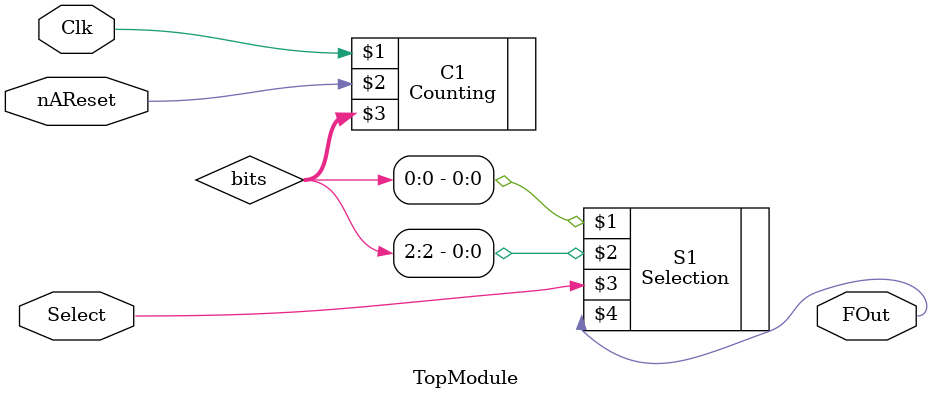
<source format=v>
module TopModule(Clk,nAReset,Select,FOut);
input Clk,nAReset,Select;
output FOut;

wire [2:0]bits;

Counting C1(Clk,nAReset,bits);
Selection S1(bits[0],bits[2],Select,FOut);

endmodule

</source>
